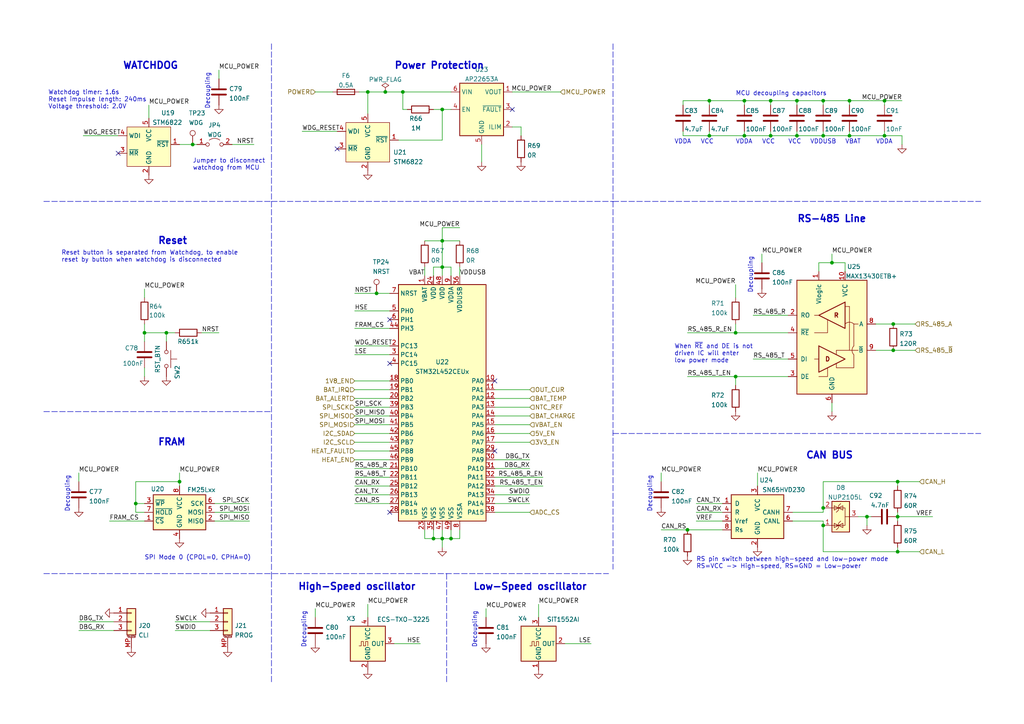
<source format=kicad_sch>
(kicad_sch (version 20210621) (generator eeschema)
  (paper "A4")
  (title_block (title "BUTCube - EPS") (date "2021-06-01") (rev "v1.0") (company "VUT - FIT(STRaDe) & FME(IAE & IPE)") (comment 1 "Author: Petr Malaník"))
  (lib_symbols
    (symbol "Connector:TestPoint" (pin_numbers hide) (pin_names (offset 0.762) hide)
      (property "Reference" "TP" (at 0 6.858 0))
      (property "Value" "TestPoint" (at 0 5.08 0))
      (symbol "TestPoint_0_1"
        (circle (center 0 3.302) (radius 0.762))
      )
      (symbol "TestPoint_1_1"
        (pin passive line (at 0 0 90) (length 2.54) (name "1") (number "1"))
      )
    )
    (symbol "Connector_Generic_MountingPin:Conn_01x03_MountingPin" (pin_names (offset 1.016) hide)
      (property "Reference" "J" (at 0 5.08 0))
      (property "Value" "Conn_01x03_MountingPin" (at 1.27 -5.08 0))
      (symbol "Conn_01x03_MountingPin_1_1"
        (text "Mounting" (at 0 -4.191 0) (effects (font (size 0.381 0.381))))
        (rectangle (start -1.27 -2.413) (end 0 -2.667) (stroke (width 0.1524)))
        (rectangle (start -1.27 0.127) (end 0 -0.127) (stroke (width 0.1524)))
        (rectangle (start -1.27 2.667) (end 0 2.413) (stroke (width 0.1524)))
        (rectangle (start -1.27 3.81) (end 1.27 -3.81) (stroke (width 0.254)) (fill (type background)))
        (polyline (pts (xy -1.016 -4.572) (xy 1.016 -4.572)) (stroke (width 0.1524)))
        (pin passive line (at -5.08 2.54 0) (length 3.81) (name "Pin_1") (number "1"))
        (pin passive line (at -5.08 0 0) (length 3.81) (name "Pin_2") (number "2"))
        (pin passive line (at -5.08 -2.54 0) (length 3.81) (name "Pin_3") (number "3"))
        (pin passive line (at 0 -7.62 90) (length 3.048) (name "MountPin") (number "MP"))
      )
    )
    (symbol "Device:C" (pin_numbers hide) (pin_names (offset 0.254))
      (property "Reference" "C" (at 0.635 2.54 0))
      (property "Value" "C" (at 0.635 -2.54 0))
      (symbol "C_0_1"
        (polyline (pts (xy -2.032 -0.762) (xy 2.032 -0.762)) (stroke (width 0.508)))
        (polyline (pts (xy -2.032 0.762) (xy 2.032 0.762)) (stroke (width 0.508)))
      )
      (symbol "C_1_1"
        (pin passive line (at 0 3.81 270) (length 2.794) (name "~") (number "1"))
        (pin passive line (at 0 -3.81 90) (length 2.794) (name "~") (number "2"))
      )
    )
    (symbol "Device:Fuse" (pin_numbers hide) (pin_names (offset 0))
      (property "Reference" "F" (at 2.032 0 90))
      (property "Value" "Fuse" (at -1.905 0 90))
      (symbol "Fuse_0_1"
        (rectangle (start -0.762 -2.54) (end 0.762 2.54) (stroke (width 0.254)))
        (polyline (pts (xy 0 2.54) (xy 0 -2.54)))
      )
      (symbol "Fuse_1_1"
        (pin passive line (at 0 3.81 270) (length 1.27) (name "~") (number "1"))
        (pin passive line (at 0 -3.81 90) (length 1.27) (name "~") (number "2"))
      )
    )
    (symbol "Device:R" (pin_numbers hide) (pin_names (offset 0))
      (property "Reference" "R" (at 2.032 0 90))
      (property "Value" "R" (at 0 0 90))
      (symbol "R_0_1"
        (rectangle (start -1.016 -2.54) (end 1.016 2.54) (stroke (width 0.254)))
      )
      (symbol "R_1_1"
        (pin passive line (at 0 3.81 270) (length 1.27) (name "~") (number "1"))
        (pin passive line (at 0 -3.81 90) (length 1.27) (name "~") (number "2"))
      )
    )
    (symbol "Interface_CAN_LIN:SN65HVD230" (pin_names (offset 1.016))
      (property "Reference" "U" (at -2.54 10.16 0))
      (property "Value" "SN65HVD230" (at -2.54 7.62 0))
      (symbol "SN65HVD230_0_1"
        (rectangle (start -7.62 5.08) (end 7.62 -7.62) (stroke (width 0.254)) (fill (type background)))
      )
      (symbol "SN65HVD230_1_1"
        (pin input line (at -10.16 2.54 0) (length 2.54) (name "D") (number "1"))
        (pin power_in line (at 0 -10.16 90) (length 2.54) (name "GND") (number "2"))
        (pin power_in line (at 0 7.62 270) (length 2.54) (name "VCC") (number "3"))
        (pin output line (at -10.16 0 0) (length 2.54) (name "R") (number "4"))
        (pin output line (at -10.16 -2.54 0) (length 2.54) (name "Vref") (number "5"))
        (pin bidirectional line (at 10.16 -2.54 180) (length 2.54) (name "CANL") (number "6"))
        (pin bidirectional line (at 10.16 0 180) (length 2.54) (name "CANH") (number "7"))
        (pin input line (at -10.16 -5.08 0) (length 2.54) (name "Rs") (number "8"))
      )
    )
    (symbol "Jumper:Jumper_2_Open" (pin_names (offset 0) hide)
      (property "Reference" "JP" (at 0 2.794 0))
      (property "Value" "Jumper_2_Open" (at 0 -2.286 0))
      (symbol "Jumper_2_Open_0_0"
        (circle (center -2.032 0) (radius 0.508))
        (circle (center 2.032 0) (radius 0.508))
      )
      (symbol "Jumper_2_Open_0_1"
        (arc (start -1.524 1.27) (end 1.524 1.27) (radius (at 0 -0.762) (length 2.54) (angles 126.9 53.1)))
      )
      (symbol "Jumper_2_Open_1_1"
        (pin passive line (at -5.08 0 0) (length 2.54) (name "A") (number "1"))
        (pin passive line (at 5.08 0 180) (length 2.54) (name "B") (number "2"))
      )
    )
    (symbol "MCU_ST_STM32L4:STM32L452CEUx"
      (property "Reference" "U" (at -12.7 34.29 0))
      (property "Value" "STM32L452CEUx" (at 7.62 34.29 0))
      (symbol "STM32L452CEUx_0_1"
        (rectangle (start -12.7 -35.56) (end 12.7 33.02) (stroke (width 0.254)) (fill (type background)))
      )
      (symbol "STM32L452CEUx_1_1"
        (pin power_in line (at -5.08 35.56 270) (length 2.54) (name "VBAT") (number "1"))
        (pin bidirectional line (at 15.24 5.08 180) (length 2.54) (name "PA0") (number "10"))
        (pin bidirectional line (at 15.24 2.54 180) (length 2.54) (name "PA1") (number "11"))
        (pin bidirectional line (at 15.24 0 180) (length 2.54) (name "PA2") (number "12"))
        (pin bidirectional line (at 15.24 -2.54 180) (length 2.54) (name "PA3") (number "13"))
        (pin bidirectional line (at 15.24 -5.08 180) (length 2.54) (name "PA4") (number "14"))
        (pin bidirectional line (at 15.24 -7.62 180) (length 2.54) (name "PA5") (number "15"))
        (pin bidirectional line (at 15.24 -10.16 180) (length 2.54) (name "PA6") (number "16"))
        (pin bidirectional line (at 15.24 -12.7 180) (length 2.54) (name "PA7") (number "17"))
        (pin bidirectional line (at -15.24 5.08 0) (length 2.54) (name "PB0") (number "18"))
        (pin bidirectional line (at -15.24 2.54 0) (length 2.54) (name "PB1") (number "19"))
        (pin bidirectional line (at -15.24 15.24 0) (length 2.54) (name "PC13") (number "2"))
        (pin bidirectional line (at -15.24 0 0) (length 2.54) (name "PB2") (number "20"))
        (pin bidirectional line (at -15.24 -20.32 0) (length 2.54) (name "PB10") (number "21"))
        (pin bidirectional line (at -15.24 -22.86 0) (length 2.54) (name "PB11") (number "22"))
        (pin power_in line (at -5.08 -38.1 90) (length 2.54) (name "VSS") (number "23"))
        (pin power_in line (at -2.54 35.56 270) (length 2.54) (name "VDD") (number "24"))
        (pin bidirectional line (at -15.24 -25.4 0) (length 2.54) (name "PB12") (number "25"))
        (pin bidirectional line (at -15.24 -27.94 0) (length 2.54) (name "PB13") (number "26"))
        (pin bidirectional line (at -15.24 -30.48 0) (length 2.54) (name "PB14") (number "27"))
        (pin bidirectional line (at -15.24 -33.02 0) (length 2.54) (name "PB15") (number "28"))
        (pin bidirectional line (at 15.24 -15.24 180) (length 2.54) (name "PA8") (number "29"))
        (pin bidirectional line (at -15.24 12.7 0) (length 2.54) (name "PC14") (number "3"))
        (pin bidirectional line (at 15.24 -17.78 180) (length 2.54) (name "PA9") (number "30"))
        (pin bidirectional line (at 15.24 -20.32 180) (length 2.54) (name "PA10") (number "31"))
        (pin bidirectional line (at 15.24 -22.86 180) (length 2.54) (name "PA11") (number "32"))
        (pin bidirectional line (at 15.24 -25.4 180) (length 2.54) (name "PA12") (number "33"))
        (pin bidirectional line (at 15.24 -27.94 180) (length 2.54) (name "PA13") (number "34"))
        (pin power_in line (at -2.54 -38.1 90) (length 2.54) (name "VSS") (number "35"))
        (pin power_in line (at 5.08 35.56 270) (length 2.54) (name "VDDUSB") (number "36"))
        (pin bidirectional line (at 15.24 -30.48 180) (length 2.54) (name "PA14") (number "37"))
        (pin bidirectional line (at 15.24 -33.02 180) (length 2.54) (name "PA15") (number "38"))
        (pin bidirectional line (at -15.24 -2.54 0) (length 2.54) (name "PB3") (number "39"))
        (pin bidirectional line (at -15.24 10.16 0) (length 2.54) (name "PC15") (number "4"))
        (pin bidirectional line (at -15.24 -5.08 0) (length 2.54) (name "PB4") (number "40"))
        (pin bidirectional line (at -15.24 -7.62 0) (length 2.54) (name "PB5") (number "41"))
        (pin bidirectional line (at -15.24 -10.16 0) (length 2.54) (name "PB6") (number "42"))
        (pin bidirectional line (at -15.24 -12.7 0) (length 2.54) (name "PB7") (number "43"))
        (pin bidirectional line (at -15.24 20.32 0) (length 2.54) (name "PH3") (number "44"))
        (pin bidirectional line (at -15.24 -15.24 0) (length 2.54) (name "PB8") (number "45"))
        (pin bidirectional line (at -15.24 -17.78 0) (length 2.54) (name "PB9") (number "46"))
        (pin power_in line (at 0 -38.1 90) (length 2.54) (name "VSS") (number "47"))
        (pin power_in line (at 0 35.56 270) (length 2.54) (name "VDD") (number "48"))
        (pin power_in line (at 2.54 -38.1 90) (length 2.54) (name "VSS") (number "49"))
        (pin input line (at -15.24 25.4 0) (length 2.54) (name "PH0") (number "5"))
        (pin input line (at -15.24 22.86 0) (length 2.54) (name "PH1") (number "6"))
        (pin input line (at -15.24 30.48 0) (length 2.54) (name "NRST") (number "7"))
        (pin power_in line (at 5.08 -38.1 90) (length 2.54) (name "VSSA") (number "8"))
        (pin power_in line (at 2.54 35.56 270) (length 2.54) (name "VDDA") (number "9"))
      )
    )
    (symbol "Power_Protection:NUP2105L" (pin_names hide)
      (property "Reference" "D" (at 5.715 2.54 0))
      (property "Value" "NUP2105L" (at 5.715 0.635 0))
      (symbol "NUP2105L_0_0"
        (pin passive line (at 0 -5.08 90) (length 2.54) (name "A") (number "3"))
      )
      (symbol "NUP2105L_0_1"
        (rectangle (start -4.445 2.54) (end 4.445 -2.54) (stroke (width 0.254)) (fill (type background)))
        (polyline (pts (xy -2.54 2.54) (xy -2.54 0.635)))
        (polyline (pts (xy 0 -1.27) (xy 0 -2.54)))
        (polyline (pts (xy 2.54 2.54) (xy 2.54 0.635)))
        (polyline (pts (xy -3.81 1.27) (xy -3.175 0.635) (xy -1.905 0.635) (xy -1.27 0)))
        (polyline (pts (xy -2.54 0.635) (xy -2.54 -1.27) (xy 2.54 -1.27) (xy 2.54 0.635)))
        (polyline (pts (xy -2.54 0.635) (xy -1.905 -0.635) (xy -3.175 -0.635) (xy -2.54 0.635)))
        (polyline (pts (xy 2.54 0.635) (xy 1.905 -0.635) (xy 3.175 -0.635) (xy 2.54 0.635)))
        (polyline (pts (xy 2.54 0.635) (xy 3.175 1.905) (xy 1.905 1.905) (xy 2.54 0.635)))
        (polyline (pts (xy -2.54 0.635) (xy -3.175 1.905) (xy -1.905 1.905) (xy -2.54 0.635) (xy -2.54 1.27)))
        (polyline (pts (xy 1.27 1.27) (xy 1.905 0.635) (xy 2.54 0.635) (xy 3.175 0.635) (xy 3.81 0)))
      )
      (symbol "NUP2105L_1_1"
        (pin passive line (at -2.54 5.08 270) (length 2.54) (name "K") (number "1"))
        (pin passive line (at 2.54 5.08 270) (length 2.54) (name "K") (number "2"))
      )
    )
    (symbol "Switch:SW_Push" (pin_numbers hide) (pin_names (offset 1.016) hide)
      (property "Reference" "SW" (at 1.27 2.54 0))
      (property "Value" "SW_Push" (at 0 -1.524 0))
      (symbol "SW_Push_0_1"
        (circle (center -2.032 0) (radius 0.508))
        (circle (center 2.032 0) (radius 0.508))
        (polyline (pts (xy 0 1.27) (xy 0 3.048)))
        (polyline (pts (xy 2.54 1.27) (xy -2.54 1.27)))
        (pin passive line (at -5.08 0 0) (length 2.54) (name "1") (number "1"))
        (pin passive line (at 5.08 0 180) (length 2.54) (name "2") (number "2"))
      )
    )
    (symbol "TCY_IC:MAX13430ETB+" (pin_names (offset 1.016))
      (property "Reference" "U" (at -10.16 19.05 0))
      (property "Value" "MAX13430ETB+" (at 5.08 19.05 0))
      (symbol "MAX13430ETB+_0_0"
        (text "D" (at -1.27 -5.08 0) (effects (font (size 1.27 1.27) bold)))
        (text "R" (at 1.27 7.62 0) (effects (font (size 1.27 1.27) bold)))
      )
      (symbol "MAX13430ETB+_0_1"
        (arc (start 3.81 5.08) (end 6.35 5.08) (radius (at 5.08 3.8099) (length 1.7961) (angles 135 45)) (stroke (width 0.1524)))
        (arc (start 6.35 -3.81) (end 6.35 -1.27) (radius (at 7.6201 -2.54) (length 1.7961) (angles -135 135)) (stroke (width 0.1524)))
        (rectangle (start -10.16 -15.24) (end 10.16 17.78) (stroke (width 0.254)) (fill (type background)))
        (polyline (pts (xy -5.08 -5.08) (xy -3.81 -5.08)))
        (polyline (pts (xy -3.81 7.62) (xy -5.08 7.62)))
        (polyline (pts (xy 5.08 10.16) (xy 5.08 -2.54)) (stroke (width 0.1524)))
        (polyline (pts (xy 6.35 -7.62) (xy 6.35 -3.81)) (stroke (width 0.1524)))
        (polyline (pts (xy 6.35 -1.27) (xy 6.35 5.08)) (stroke (width 0.1524)))
        (polyline (pts (xy 6.35 5.08) (xy 7.62 5.08)) (stroke (width 0.1524)))
        (polyline (pts (xy 5.08 10.16) (xy 3.81 10.16) (xy 3.81 10.16)))
        (polyline (pts (xy -3.81 -10.16) (xy -1.27 -10.16) (xy -1.27 -7.62) (xy -1.27 -7.62)))
        (polyline (pts (xy -1.27 6.35) (xy -1.27 2.54) (xy -2.54 2.54) (xy -5.08 2.54)))
        (polyline (pts (xy 6.35 -7.62) (xy 1.27 -7.62) (xy 1.27 -6.35) (xy 1.27 -6.35)))
        (polyline (pts (xy 7.62 -2.54) (xy 1.27 -2.54) (xy 1.27 -3.81) (xy 1.27 -3.81)))
        (polyline (pts (xy -3.81 -1.27) (xy -3.81 -8.89) (xy 3.81 -5.08) (xy -3.81 -1.27) (xy -3.81 -1.27)) (stroke (width 0.254)))
        (polyline (pts (xy 3.81 11.43) (xy 3.81 3.81) (xy -3.81 7.62) (xy 3.81 11.43) (xy 3.81 11.43)) (stroke (width 0.254)))
      )
      (symbol "MAX13430ETB+_1_1"
        (pin power_in line (at -3.81 20.32 270) (length 2.54) (name "Vlogic") (number "1"))
        (pin power_in line (at 3.81 20.32 270) (length 2.54) (name "VCC") (number "10"))
        (pin power_in line (at 0 -17.78 90) (length 2.54) hide (name "E_PAD") (number "11"))
        (pin output line (at -12.7 7.62 0) (length 2.54) (name "RO") (number "2"))
        (pin input line (at -12.7 -10.16 0) (length 2.54) (name "DE") (number "3"))
        (pin input line (at -12.7 2.54 0) (length 2.54) (name "~{RE}") (number "4"))
        (pin input line (at -12.7 -5.08 0) (length 2.54) (name "DI") (number "5"))
        (pin power_in line (at 0 -17.78 90) (length 2.54) (name "GND") (number "6"))
        (pin no_connect line (at 10.16 1.27 180) (length 2.54) hide (name "NC") (number "7"))
        (pin input line (at 12.7 5.08 180) (length 2.54) (name "A") (number "8"))
        (pin input line (at 12.7 -2.54 180) (length 2.54) (name "~{B}") (number "9"))
      )
    )
    (symbol "TCY_IC:STM6822"
      (property "Reference" "U" (at 6.35 13.97 0))
      (property "Value" "STM6822" (at 6.35 16.51 0))
      (symbol "STM6822_0_1"
        (rectangle (start -6.35 11.43) (end 6.35 0) (stroke (width 0.1524)) (fill (type background)))
      )
      (symbol "STM6822_1_1"
        (pin open_collector line (at 8.89 6.35 180) (length 2.54) (name "~{RST}") (number "1"))
        (pin passive line (at 0 -2.54 90) (length 2.54) (name "GND") (number "2"))
        (pin input line (at -8.89 3.81 0) (length 2.54) (name "~{MR}") (number "3"))
        (pin input line (at -8.89 8.89 0) (length 2.54) (name "WDI") (number "4"))
        (pin power_in line (at 0 13.97 270) (length 2.54) (name "VCC") (number "5"))
      )
    )
    (symbol "TCY_memory:FM25Lxx"
      (property "Reference" "U" (at -7.62 6.35 0))
      (property "Value" "FM25Lxx" (at 2.54 -6.35 0))
      (symbol "FM25Lxx_1_1"
        (rectangle (start -7.62 5.08) (end 7.62 -5.08) (stroke (width 0.254)) (fill (type background)))
        (pin input line (at -10.16 -2.54 0) (length 2.54) (name "~{CS}") (number "1"))
        (pin tri_state line (at 10.16 -2.54 180) (length 2.54) (name "MISO") (number "2"))
        (pin input line (at -10.16 2.54 0) (length 2.54) (name "~{WP}") (number "3"))
        (pin power_in line (at 0 -7.62 90) (length 2.54) (name "GND") (number "4"))
        (pin input line (at 10.16 0 180) (length 2.54) (name "MOSI") (number "5"))
        (pin input line (at 10.16 2.54 180) (length 2.54) (name "SCK") (number "6"))
        (pin input line (at -10.16 0 0) (length 2.54) (name "~{HOLD}") (number "7"))
        (pin power_in line (at 0 7.62 270) (length 2.54) (name "VCC") (number "8"))
        (pin passive line (at 0 -7.62 90) (length 2.54) hide (name "GND") (number "9"))
      )
    )
    (symbol "TCY_ocillators:ECS-TXO-3225" (pin_names (offset 0.254))
      (property "Reference" "X" (at -6.35 6.35 0))
      (property "Value" "ECS-TXO-3225" (at 1.27 6.35 0))
      (symbol "ECS-TXO-3225_0_1"
        (rectangle (start -5.08 5.08) (end 5.08 -5.08) (stroke (width 0.254)) (fill (type background)))
        (polyline (pts (xy -2.54 -0.635) (xy -1.905 -0.635) (xy -1.905 0.635) (xy -1.27 0.635) (xy -1.27 -0.635) (xy -0.635 -0.635) (xy -0.635 0.635) (xy 0 0.635) (xy 0 -0.635)))
      )
      (symbol "ECS-TXO-3225_1_1"
        (pin no_connect line (at -7.62 0 0) (length 2.54) hide (name "NC") (number "1"))
        (pin power_in line (at 0 -7.62 90) (length 2.54) (name "GND") (number "2"))
        (pin output line (at 7.62 0 180) (length 2.54) (name "OUT") (number "3"))
        (pin power_in line (at 0 7.62 270) (length 2.54) (name "VCC") (number "4"))
      )
    )
    (symbol "TCY_ocillators:SiT1552AI" (pin_names (offset 0.254))
      (property "Reference" "X" (at -6.35 6.35 0))
      (property "Value" "SiT1552AI" (at 1.27 6.35 0))
      (symbol "SiT1552AI_0_1"
        (rectangle (start -5.08 5.08) (end 5.08 -5.08) (stroke (width 0.254)) (fill (type background)))
        (polyline (pts (xy -2.54 -0.635) (xy -1.905 -0.635) (xy -1.905 0.635) (xy -1.27 0.635) (xy -1.27 -0.635) (xy -0.635 -0.635) (xy -0.635 0.635) (xy 0 0.635) (xy 0 -0.635)))
      )
      (symbol "SiT1552AI_1_1"
        (pin power_in line (at 0 -7.62 90) (length 2.54) (name "GND") (number "1"))
        (pin output line (at 7.62 0 180) (length 2.54) (name "OUT") (number "2"))
        (pin power_in line (at 0 7.62 270) (length 2.54) (name "VCC") (number "3"))
        (pin power_in line (at 0 -7.62 90) (length 2.54) hide (name "GND") (number "4"))
      )
    )
    (symbol "TCY_power_management:AP22653"
      (property "Reference" "U" (at 8.89 7.62 0))
      (property "Value" "AP22653" (at 0 7.62 0))
      (symbol "AP22653_0_1"
        (rectangle (start -6.35 5.08) (end 6.35 -10.16) (stroke (width 0.254)) (fill (type background)))
      )
      (symbol "AP22653_1_1"
        (pin power_out line (at 8.89 2.54 180) (length 2.54) (name "VOUT") (number "1"))
        (pin passive line (at 8.89 -7.62 180) (length 2.54) (name "ILIM") (number "2"))
        (pin output line (at 8.89 -2.54 180) (length 2.54) (name "~{FAULT}") (number "3"))
        (pin input line (at -8.89 -2.54 0) (length 2.54) (name "EN") (number "4"))
        (pin passive line (at 0 -12.7 90) (length 2.54) (name "GND") (number "5"))
        (pin power_in line (at -8.89 2.54 0) (length 2.54) (name "VIN") (number "6"))
        (pin passive line (at 0 -12.7 90) (length 2.54) hide (name "E_PAD") (number "7"))
      )
    )
    (symbol "power:GND" (power) (pin_names (offset 0))
      (property "Value" "GND" (at 0 -3.81 0))
      (symbol "GND_0_1"
        (polyline (pts (xy 0 0) (xy 0 -1.27) (xy 1.27 -1.27) (xy 0 -2.54) (xy -1.27 -1.27) (xy 0 -1.27)))
      )
      (symbol "GND_1_1"
        (pin power_in line (at 0 0 270) (length 0) hide (name "GND") (number "1"))
      )
    )
    (symbol "power:PWR_FLAG" (power) (pin_numbers hide) (pin_names (offset 0) hide)
      (property "Value" "PWR_FLAG" (at 0 3.81 0))
      (symbol "PWR_FLAG_0_0"
        (pin power_out line (at 0 0 90) (length 0) (name "pwr") (number "1"))
      )
      (symbol "PWR_FLAG_0_1"
        (polyline (pts (xy 0 0) (xy 0 1.27) (xy -1.016 1.905) (xy 0 2.54) (xy 1.016 1.905) (xy 0 1.27)))
      )
    )
  )
  (junction (at 39.37 146.05) (diameter 0.9144))
  (junction (at 41.91 96.52) (diameter 0.9144))
  (junction (at 48.26 96.52) (diameter 0.9144))
  (junction (at 52.07 139.7) (diameter 0.9144))
  (junction (at 55.88 41.91) (diameter 0.9144))
  (junction (at 106.68 26.67) (diameter 0.9144))
  (junction (at 109.22 85.09) (diameter 0.9144))
  (junction (at 111.76 26.67) (diameter 0.9144))
  (junction (at 116.84 26.67) (diameter 0.9144))
  (junction (at 125.73 156.21) (diameter 0.9144))
  (junction (at 128.27 31.75) (diameter 0.9144))
  (junction (at 128.27 69.85) (diameter 0.9144))
  (junction (at 128.27 77.47) (diameter 0.9144))
  (junction (at 128.27 156.21) (diameter 0.9144))
  (junction (at 130.81 156.21) (diameter 0.9144))
  (junction (at 199.39 153.67) (diameter 0.9144))
  (junction (at 205.74 29.21) (diameter 0.9144))
  (junction (at 205.74 39.37) (diameter 0.9144))
  (junction (at 213.36 96.52) (diameter 0.9144))
  (junction (at 213.36 109.22) (diameter 0.9144))
  (junction (at 215.9 29.21) (diameter 0.9144))
  (junction (at 215.9 39.37) (diameter 0.9144))
  (junction (at 223.52 29.21) (diameter 0.9144))
  (junction (at 223.52 39.37) (diameter 0.9144))
  (junction (at 231.14 29.21) (diameter 0.9144))
  (junction (at 231.14 39.37) (diameter 0.9144))
  (junction (at 238.76 29.21) (diameter 0.9144))
  (junction (at 238.76 39.37) (diameter 0.9144))
  (junction (at 238.76 147.32) (diameter 0.9144))
  (junction (at 238.76 152.4) (diameter 0.9144))
  (junction (at 241.3 76.2) (diameter 0.9144))
  (junction (at 246.38 29.21) (diameter 0.9144))
  (junction (at 246.38 39.37) (diameter 0.9144))
  (junction (at 251.46 149.86) (diameter 0.9144))
  (junction (at 256.54 29.21) (diameter 0.9144))
  (junction (at 256.54 39.37) (diameter 0.9144))
  (junction (at 259.08 93.98) (diameter 0.9144))
  (junction (at 259.08 101.6) (diameter 0.9144))
  (junction (at 260.35 139.7) (diameter 0.9144))
  (junction (at 260.35 149.86) (diameter 0.9144))
  (junction (at 260.35 160.02) (diameter 0.9144))
  (no_connect (at 34.29 44.45))
  (no_connect (at 97.79 43.18))
  (no_connect (at 113.03 92.71))
  (no_connect (at 113.03 105.41))
  (no_connect (at 113.03 148.59))
  (no_connect (at 143.51 110.49))
  (no_connect (at 143.51 130.81))
  (no_connect (at 148.59 31.75))
  (wire (pts (xy 22.86 137.16) (xy 22.86 139.7)))
  (wire (pts (xy 24.13 39.37) (xy 34.29 39.37)))
  (wire (pts (xy 31.75 151.13) (xy 41.91 151.13)))
  (wire (pts (xy 33.02 180.34) (xy 22.86 180.34)))
  (wire (pts (xy 33.02 182.88) (xy 22.86 182.88)))
  (wire (pts (xy 39.37 139.7) (xy 52.07 139.7)))
  (wire (pts (xy 39.37 146.05) (xy 39.37 139.7)))
  (wire (pts (xy 39.37 146.05) (xy 41.91 146.05)))
  (wire (pts (xy 39.37 148.59) (xy 39.37 146.05)))
  (wire (pts (xy 41.91 83.82) (xy 41.91 86.36)))
  (wire (pts (xy 41.91 93.98) (xy 41.91 96.52)))
  (wire (pts (xy 41.91 96.52) (xy 41.91 99.06)))
  (wire (pts (xy 41.91 96.52) (xy 48.26 96.52)))
  (wire (pts (xy 41.91 106.68) (xy 41.91 109.22)))
  (wire (pts (xy 41.91 148.59) (xy 39.37 148.59)))
  (wire (pts (xy 43.18 30.48) (xy 43.18 34.29)))
  (wire (pts (xy 48.26 96.52) (xy 48.26 99.06)))
  (wire (pts (xy 48.26 96.52) (xy 50.8 96.52)))
  (wire (pts (xy 52.07 41.91) (xy 55.88 41.91)))
  (wire (pts (xy 52.07 137.16) (xy 52.07 139.7)))
  (wire (pts (xy 52.07 139.7) (xy 52.07 140.97)))
  (wire (pts (xy 55.88 41.91) (xy 57.15 41.91)))
  (wire (pts (xy 58.42 96.52) (xy 63.5 96.52)))
  (wire (pts (xy 60.96 180.34) (xy 50.8 180.34)))
  (wire (pts (xy 60.96 182.88) (xy 50.8 182.88)))
  (wire (pts (xy 63.5 20.32) (xy 63.5 22.86)))
  (wire (pts (xy 67.31 41.91) (xy 73.66 41.91)))
  (wire (pts (xy 72.39 146.05) (xy 62.23 146.05)))
  (wire (pts (xy 72.39 148.59) (xy 62.23 148.59)))
  (wire (pts (xy 72.39 151.13) (xy 62.23 151.13)))
  (wire (pts (xy 87.63 38.1) (xy 97.79 38.1)))
  (wire (pts (xy 91.44 26.67) (xy 96.52 26.67)))
  (wire (pts (xy 91.44 176.53) (xy 91.44 179.07)))
  (wire (pts (xy 102.87 85.09) (xy 109.22 85.09)))
  (wire (pts (xy 102.87 90.17) (xy 113.03 90.17)))
  (wire (pts (xy 102.87 95.25) (xy 113.03 95.25)))
  (wire (pts (xy 102.87 100.33) (xy 113.03 100.33)))
  (wire (pts (xy 102.87 102.87) (xy 113.03 102.87)))
  (wire (pts (xy 102.87 110.49) (xy 113.03 110.49)))
  (wire (pts (xy 102.87 113.03) (xy 113.03 113.03)))
  (wire (pts (xy 102.87 115.57) (xy 113.03 115.57)))
  (wire (pts (xy 102.87 118.11) (xy 113.03 118.11)))
  (wire (pts (xy 102.87 120.65) (xy 113.03 120.65)))
  (wire (pts (xy 102.87 123.19) (xy 113.03 123.19)))
  (wire (pts (xy 102.87 125.73) (xy 113.03 125.73)))
  (wire (pts (xy 102.87 128.27) (xy 113.03 128.27)))
  (wire (pts (xy 102.87 130.81) (xy 113.03 130.81)))
  (wire (pts (xy 102.87 133.35) (xy 113.03 133.35)))
  (wire (pts (xy 102.87 135.89) (xy 113.03 135.89)))
  (wire (pts (xy 102.87 138.43) (xy 113.03 138.43)))
  (wire (pts (xy 102.87 140.97) (xy 113.03 140.97)))
  (wire (pts (xy 102.87 143.51) (xy 113.03 143.51)))
  (wire (pts (xy 102.87 146.05) (xy 113.03 146.05)))
  (wire (pts (xy 104.14 26.67) (xy 106.68 26.67)))
  (wire (pts (xy 106.68 26.67) (xy 111.76 26.67)))
  (wire (pts (xy 106.68 33.02) (xy 106.68 26.67)))
  (wire (pts (xy 106.68 175.26) (xy 106.68 179.07)))
  (wire (pts (xy 109.22 85.09) (xy 113.03 85.09)))
  (wire (pts (xy 111.76 26.67) (xy 116.84 26.67)))
  (wire (pts (xy 114.3 186.69) (xy 121.92 186.69)))
  (wire (pts (xy 115.57 40.64) (xy 128.27 40.64)))
  (wire (pts (xy 116.84 26.67) (xy 116.84 31.75)))
  (wire (pts (xy 116.84 26.67) (xy 130.81 26.67)))
  (wire (pts (xy 118.11 31.75) (xy 116.84 31.75)))
  (wire (pts (xy 123.19 69.85) (xy 128.27 69.85)))
  (wire (pts (xy 123.19 77.47) (xy 123.19 80.01)))
  (wire (pts (xy 123.19 156.21) (xy 123.19 153.67)))
  (wire (pts (xy 125.73 31.75) (xy 128.27 31.75)))
  (wire (pts (xy 125.73 77.47) (xy 125.73 80.01)))
  (wire (pts (xy 125.73 77.47) (xy 128.27 77.47)))
  (wire (pts (xy 125.73 153.67) (xy 125.73 156.21)))
  (wire (pts (xy 125.73 156.21) (xy 123.19 156.21)))
  (wire (pts (xy 128.27 31.75) (xy 128.27 40.64)))
  (wire (pts (xy 128.27 31.75) (xy 130.81 31.75)))
  (wire (pts (xy 128.27 66.04) (xy 133.35 66.04)))
  (wire (pts (xy 128.27 69.85) (xy 128.27 66.04)))
  (wire (pts (xy 128.27 69.85) (xy 128.27 77.47)))
  (wire (pts (xy 128.27 69.85) (xy 133.35 69.85)))
  (wire (pts (xy 128.27 77.47) (xy 128.27 80.01)))
  (wire (pts (xy 128.27 153.67) (xy 128.27 156.21)))
  (wire (pts (xy 128.27 156.21) (xy 125.73 156.21)))
  (wire (pts (xy 128.27 156.21) (xy 130.81 156.21)))
  (wire (pts (xy 128.27 158.75) (xy 128.27 156.21)))
  (wire (pts (xy 130.81 77.47) (xy 128.27 77.47)))
  (wire (pts (xy 130.81 80.01) (xy 130.81 77.47)))
  (wire (pts (xy 130.81 153.67) (xy 130.81 156.21)))
  (wire (pts (xy 130.81 156.21) (xy 133.35 156.21)))
  (wire (pts (xy 133.35 77.47) (xy 133.35 80.01)))
  (wire (pts (xy 133.35 156.21) (xy 133.35 153.67)))
  (wire (pts (xy 139.7 41.91) (xy 139.7 46.99)))
  (wire (pts (xy 140.97 176.53) (xy 140.97 179.07)))
  (wire (pts (xy 143.51 113.03) (xy 153.67 113.03)))
  (wire (pts (xy 143.51 115.57) (xy 153.67 115.57)))
  (wire (pts (xy 143.51 118.11) (xy 153.67 118.11)))
  (wire (pts (xy 143.51 120.65) (xy 153.67 120.65)))
  (wire (pts (xy 143.51 123.19) (xy 153.67 123.19)))
  (wire (pts (xy 143.51 125.73) (xy 153.67 125.73)))
  (wire (pts (xy 143.51 128.27) (xy 153.67 128.27)))
  (wire (pts (xy 143.51 133.35) (xy 153.67 133.35)))
  (wire (pts (xy 143.51 135.89) (xy 153.67 135.89)))
  (wire (pts (xy 143.51 138.43) (xy 157.48 138.43)))
  (wire (pts (xy 143.51 140.97) (xy 157.48 140.97)))
  (wire (pts (xy 143.51 143.51) (xy 153.67 143.51)))
  (wire (pts (xy 143.51 146.05) (xy 153.67 146.05)))
  (wire (pts (xy 143.51 148.59) (xy 153.67 148.59)))
  (wire (pts (xy 148.59 26.67) (xy 162.56 26.67)))
  (wire (pts (xy 148.59 36.83) (xy 151.13 36.83)))
  (wire (pts (xy 151.13 36.83) (xy 151.13 39.37)))
  (wire (pts (xy 156.21 175.26) (xy 156.21 179.07)))
  (wire (pts (xy 163.83 186.69) (xy 171.45 186.69)))
  (wire (pts (xy 191.77 137.16) (xy 191.77 139.7)))
  (wire (pts (xy 191.77 153.67) (xy 199.39 153.67)))
  (wire (pts (xy 198.12 29.21) (xy 205.74 29.21)))
  (wire (pts (xy 198.12 30.48) (xy 198.12 29.21)))
  (wire (pts (xy 198.12 39.37) (xy 198.12 38.1)))
  (wire (pts (xy 199.39 96.52) (xy 213.36 96.52)))
  (wire (pts (xy 199.39 109.22) (xy 213.36 109.22)))
  (wire (pts (xy 199.39 153.67) (xy 209.55 153.67)))
  (wire (pts (xy 201.93 146.05) (xy 209.55 146.05)))
  (wire (pts (xy 201.93 148.59) (xy 209.55 148.59)))
  (wire (pts (xy 201.93 151.13) (xy 209.55 151.13)))
  (wire (pts (xy 205.74 29.21) (xy 205.74 30.48)))
  (wire (pts (xy 205.74 29.21) (xy 215.9 29.21)))
  (wire (pts (xy 205.74 38.1) (xy 205.74 39.37)))
  (wire (pts (xy 205.74 39.37) (xy 198.12 39.37)))
  (wire (pts (xy 205.74 39.37) (xy 215.9 39.37)))
  (wire (pts (xy 213.36 82.55) (xy 213.36 86.36)))
  (wire (pts (xy 213.36 93.98) (xy 213.36 96.52)))
  (wire (pts (xy 213.36 96.52) (xy 228.6 96.52)))
  (wire (pts (xy 213.36 109.22) (xy 213.36 111.76)))
  (wire (pts (xy 213.36 109.22) (xy 228.6 109.22)))
  (wire (pts (xy 215.9 29.21) (xy 223.52 29.21)))
  (wire (pts (xy 215.9 30.48) (xy 215.9 29.21)))
  (wire (pts (xy 215.9 39.37) (xy 215.9 38.1)))
  (wire (pts (xy 218.44 91.44) (xy 228.6 91.44)))
  (wire (pts (xy 218.44 104.14) (xy 228.6 104.14)))
  (wire (pts (xy 219.71 137.16) (xy 219.71 140.97)))
  (wire (pts (xy 220.98 73.66) (xy 220.98 76.2)))
  (wire (pts (xy 223.52 29.21) (xy 231.14 29.21)))
  (wire (pts (xy 223.52 30.48) (xy 223.52 29.21)))
  (wire (pts (xy 223.52 39.37) (xy 215.9 39.37)))
  (wire (pts (xy 223.52 39.37) (xy 223.52 38.1)))
  (wire (pts (xy 229.87 148.59) (xy 238.76 148.59)))
  (wire (pts (xy 229.87 151.13) (xy 238.76 151.13)))
  (wire (pts (xy 231.14 29.21) (xy 231.14 30.48)))
  (wire (pts (xy 231.14 29.21) (xy 238.76 29.21)))
  (wire (pts (xy 231.14 38.1) (xy 231.14 39.37)))
  (wire (pts (xy 231.14 39.37) (xy 223.52 39.37)))
  (wire (pts (xy 237.49 76.2) (xy 241.3 76.2)))
  (wire (pts (xy 237.49 78.74) (xy 237.49 76.2)))
  (wire (pts (xy 238.76 29.21) (xy 238.76 30.48)))
  (wire (pts (xy 238.76 29.21) (xy 246.38 29.21)))
  (wire (pts (xy 238.76 38.1) (xy 238.76 39.37)))
  (wire (pts (xy 238.76 39.37) (xy 231.14 39.37)))
  (wire (pts (xy 238.76 139.7) (xy 238.76 147.32)))
  (wire (pts (xy 238.76 148.59) (xy 238.76 147.32)))
  (wire (pts (xy 238.76 151.13) (xy 238.76 152.4)))
  (wire (pts (xy 238.76 152.4) (xy 238.76 160.02)))
  (wire (pts (xy 241.3 76.2) (xy 241.3 73.66)))
  (wire (pts (xy 241.3 116.84) (xy 241.3 119.38)))
  (wire (pts (xy 245.11 76.2) (xy 241.3 76.2)))
  (wire (pts (xy 245.11 78.74) (xy 245.11 76.2)))
  (wire (pts (xy 246.38 29.21) (xy 246.38 30.48)))
  (wire (pts (xy 246.38 29.21) (xy 256.54 29.21)))
  (wire (pts (xy 246.38 38.1) (xy 246.38 39.37)))
  (wire (pts (xy 246.38 39.37) (xy 238.76 39.37)))
  (wire (pts (xy 246.38 39.37) (xy 256.54 39.37)))
  (wire (pts (xy 248.92 149.86) (xy 251.46 149.86)))
  (wire (pts (xy 251.46 149.86) (xy 251.46 152.4)))
  (wire (pts (xy 251.46 149.86) (xy 252.73 149.86)))
  (wire (pts (xy 254 93.98) (xy 259.08 93.98)))
  (wire (pts (xy 254 101.6) (xy 259.08 101.6)))
  (wire (pts (xy 256.54 29.21) (xy 256.54 30.48)))
  (wire (pts (xy 256.54 29.21) (xy 261.62 29.21)))
  (wire (pts (xy 256.54 38.1) (xy 256.54 39.37)))
  (wire (pts (xy 256.54 39.37) (xy 261.62 39.37)))
  (wire (pts (xy 259.08 93.98) (xy 265.43 93.98)))
  (wire (pts (xy 259.08 101.6) (xy 265.43 101.6)))
  (wire (pts (xy 260.35 139.7) (xy 238.76 139.7)))
  (wire (pts (xy 260.35 139.7) (xy 260.35 140.97)))
  (wire (pts (xy 260.35 148.59) (xy 260.35 149.86)))
  (wire (pts (xy 260.35 149.86) (xy 270.51 149.86)))
  (wire (pts (xy 260.35 151.13) (xy 260.35 149.86)))
  (wire (pts (xy 260.35 158.75) (xy 260.35 160.02)))
  (wire (pts (xy 260.35 160.02) (xy 238.76 160.02)))
  (wire (pts (xy 261.62 39.37) (xy 261.62 41.91)))
  (wire (pts (xy 266.7 139.7) (xy 260.35 139.7)))
  (wire (pts (xy 266.7 160.02) (xy 260.35 160.02)))
  (polyline (pts (xy 12.7 58.42) (xy 78.74 58.42)) (stroke (width 0) (type dash)))
  (polyline (pts (xy 12.7 119.38) (xy 78.74 119.38)) (stroke (width 0) (type dash)))
  (polyline (pts (xy 12.7 166.37) (xy 176.53 166.37)) (stroke (width 0) (type dash)))
  (polyline (pts (xy 78.74 12.7) (xy 78.74 166.37)) (stroke (width 0) (type dash)))
  (polyline (pts (xy 78.74 58.42) (xy 177.8 58.42)) (stroke (width 0) (type dash)))
  (polyline (pts (xy 78.74 166.37) (xy 78.74 198.12)) (stroke (width 0) (type dash)))
  (polyline (pts (xy 129.54 166.37) (xy 129.54 198.12)) (stroke (width 0) (type dash)))
  (polyline (pts (xy 177.8 12.7) (xy 177.8 165.1)) (stroke (width 0) (type dash)))
  (polyline (pts (xy 177.8 58.42) (xy 284.48 58.42)) (stroke (width 0) (type dash)))
  (polyline (pts (xy 177.8 125.73) (xy 284.48 125.73)) (stroke (width 0) (type dash)))
  (text "Watchdog timer: 1.6s\nReset impulse length: 240ms\nVoltage threshold: 2.0V" (at 13.97 31.75 0) (effects (font (size 1.27 1.27)) (justify left bottom)))
  (text "Reset button is separated from Watchdog, to enable\nreset by button when watchdog is disconnected" (at 17.78 76.2 0) (effects (font (size 1.27 1.27)) (justify left bottom)))
  (text "Decoupling" (at 20.32 148.59 90) (effects (font (size 1.27 1.27)) (justify left bottom)))
  (text "WATCHDOG" (at 35.56 20.32 0) (effects (font (size 2 2) (thickness 0.4) bold) (justify left bottom)))
  (text "SPI Mode 0 (CPOL=0, CPHA=0)" (at 41.91 162.56 0) (effects (font (size 1.27 1.27)) (justify left bottom)))
  (text "Reset" (at 45.72 71.12 0) (effects (font (size 2 2) (thickness 0.4) bold) (justify left bottom)))
  (text "FRAM" (at 45.72 129.54 0) (effects (font (size 2 2) (thickness 0.4) bold) (justify left bottom)))
  (text "Jumper to disconnect\nwatchdog from MCU" (at 55.88 49.53 0) (effects (font (size 1.27 1.27)) (justify left bottom)))
  (text "Decoupling" (at 60.96 31.75 90) (effects (font (size 1.27 1.27)) (justify left bottom)))
  (text "High-Speed oscillator" (at 86.36 171.45 0) (effects (font (size 2 2) (thickness 0.4) bold) (justify left bottom)))
  (text "Decoupling" (at 88.9 187.96 90) (effects (font (size 1.27 1.27)) (justify left bottom)))
  (text "Power Protection" (at 114.3 20.32 0) (effects (font (size 2 2) (thickness 0.4) bold) (justify left bottom)))
  (text "Low-Speed oscillator" (at 137.16 171.45 0) (effects (font (size 2 2) (thickness 0.4) bold) (justify left bottom)))
  (text "Decoupling" (at 138.43 187.96 90) (effects (font (size 1.27 1.27)) (justify left bottom)))
  (text "Decoupling" (at 189.23 148.59 90) (effects (font (size 1.27 1.27)) (justify left bottom)))
  (text "VDDA" (at 195.58 41.91 0) (effects (font (size 1.27 1.27)) (justify left bottom)))
  (text "When ~{RE} and DE is not\ndriven IC will enter\nlow power mode" (at 195.58 105.41 0) (effects (font (size 1.27 1.27)) (justify left bottom)))
  (text "RS pin switch between high-speed and low-power mode\nRS=VCC -> High-speed, RS=GND = Low-power" (at 201.93 165.1 0) (effects (font (size 1.27 1.27)) (justify left bottom)))
  (text "VCC" (at 203.2 41.91 0) (effects (font (size 1.27 1.27)) (justify left bottom)))
  (text "MCU decoupling capacitors" (at 213.36 27.94 0) (effects (font (size 1.27 1.27)) (justify left bottom)))
  (text "VDDA" (at 213.36 41.91 0) (effects (font (size 1.27 1.27)) (justify left bottom)))
  (text "Decoupling" (at 218.44 85.09 90) (effects (font (size 1.27 1.27)) (justify left bottom)))
  (text "VCC" (at 220.98 41.91 0) (effects (font (size 1.27 1.27)) (justify left bottom)))
  (text "VCC" (at 228.6 41.91 0) (effects (font (size 1.27 1.27)) (justify left bottom)))
  (text "RS-485 Line" (at 231.14 64.77 0) (effects (font (size 2 2) (thickness 0.4) bold) (justify left bottom)))
  (text "CAN BUS" (at 233.68 133.35 0) (effects (font (size 2 2) (thickness 0.4) bold) (justify left bottom)))
  (text "VDDUSB" (at 234.95 41.91 0) (effects (font (size 1.27 1.27)) (justify left bottom)))
  (text "VBAT" (at 245.11 41.91 0) (effects (font (size 1.27 1.27)) (justify left bottom)))
  (text "VDDA" (at 254 41.91 0) (effects (font (size 1.27 1.27)) (justify left bottom)))
  (label "MCU_POWER" (at 22.86 137.16 0))
  (label "DBG_TX" (at 22.86 180.34 0))
  (label "DBG_RX" (at 22.86 182.88 0))
  (label "WDG_RESET" (at 24.13 39.37 0))
  (label "FRAM_CS" (at 31.75 151.13 0))
  (label "MCU_POWER" (at 41.91 83.82 0))
  (label "MCU_POWER" (at 43.18 30.48 0))
  (label "SWCLK" (at 50.8 180.34 0))
  (label "SWDIO" (at 50.8 182.88 0))
  (label "MCU_POWER" (at 52.07 137.16 0))
  (label "MCU_POWER" (at 63.5 20.32 0))
  (label "NRST" (at 63.5 96.52 180))
  (label "SPI_SCK" (at 72.39 146.05 180))
  (label "SPI_MOSI" (at 72.39 148.59 180))
  (label "SPI_MISO" (at 72.39 151.13 180))
  (label "NRST" (at 73.66 41.91 180))
  (label "WDG_RESET" (at 87.63 38.1 0))
  (label "MCU_POWER" (at 91.44 176.53 0))
  (label "NRST" (at 102.87 85.09 0))
  (label "HSE" (at 102.87 90.17 0))
  (label "FRAM_CS" (at 102.87 95.25 0))
  (label "WDG_RESET" (at 102.87 100.33 0))
  (label "LSE" (at 102.87 102.87 0))
  (label "SPI_SCK" (at 102.87 118.11 0))
  (label "SPI_MISO" (at 102.87 120.65 0))
  (label "SPI_MOSI" (at 102.87 123.19 0))
  (label "RS_485_R" (at 102.87 135.89 0))
  (label "RS_485_T" (at 102.87 138.43 0))
  (label "CAN_RX" (at 102.87 140.97 0))
  (label "CAN_TX" (at 102.87 143.51 0))
  (label "CAN_RS" (at 102.87 146.05 0))
  (label "MCU_POWER" (at 106.68 175.26 0))
  (label "HSE" (at 121.92 186.69 180))
  (label "VBAT" (at 123.19 80.01 180))
  (label "MCU_POWER" (at 133.35 66.04 180))
  (label "VDDUSB" (at 133.35 80.01 0))
  (label "MCU_POWER" (at 140.97 176.53 0))
  (label "DBG_TX" (at 153.67 133.35 180))
  (label "DBG_RX" (at 153.67 135.89 180))
  (label "SWDIO" (at 153.67 143.51 180))
  (label "SWCLK" (at 153.67 146.05 180))
  (label "MCU_POWER" (at 156.21 175.26 0))
  (label "RS_485_R_EN" (at 157.48 138.43 180))
  (label "RS_485_T_EN" (at 157.48 140.97 180))
  (label "MCU_POWER" (at 160.02 26.67 180))
  (label "LSE" (at 171.45 186.69 180))
  (label "MCU_POWER" (at 191.77 137.16 0))
  (label "CAN_RS" (at 191.77 153.67 0))
  (label "RS_485_R_EN" (at 199.39 96.52 0))
  (label "RS_485_T_EN" (at 199.39 109.22 0))
  (label "CAN_TX" (at 201.93 146.05 0))
  (label "CAN_RX" (at 201.93 148.59 0))
  (label "VREF" (at 201.93 151.13 0))
  (label "MCU_POWER" (at 213.36 82.55 180))
  (label "RS_485_R" (at 218.44 91.44 0))
  (label "RS_485_T" (at 218.44 104.14 0))
  (label "MCU_POWER" (at 219.71 137.16 0))
  (label "MCU_POWER" (at 220.98 73.66 0))
  (label "MCU_POWER" (at 241.3 73.66 0))
  (label "MCU_POWER" (at 261.62 29.21 180))
  (label "VREF" (at 270.51 149.86 180))
  (hierarchical_label "POWER" (shape input) (at 91.44 26.67 180))
  (hierarchical_label "1V8_EN" (shape input) (at 102.87 110.49 180))
  (hierarchical_label "BAT_IRQ" (shape input) (at 102.87 113.03 180))
  (hierarchical_label "BAT_ALERT" (shape input) (at 102.87 115.57 180))
  (hierarchical_label "SPI_SCK" (shape input) (at 102.87 118.11 180))
  (hierarchical_label "SPI_MISO" (shape input) (at 102.87 120.65 180))
  (hierarchical_label "SPI_MOSI" (shape input) (at 102.87 123.19 180))
  (hierarchical_label "I2C_SDA" (shape input) (at 102.87 125.73 180))
  (hierarchical_label "I2C_SCL" (shape input) (at 102.87 128.27 180))
  (hierarchical_label "HEAT_FAULT" (shape input) (at 102.87 130.81 180))
  (hierarchical_label "HEAT_EN" (shape input) (at 102.87 133.35 180))
  (hierarchical_label "OUT_CUR" (shape input) (at 153.67 113.03 0))
  (hierarchical_label "BAT_TEMP" (shape input) (at 153.67 115.57 0))
  (hierarchical_label "NTC_REF" (shape input) (at 153.67 118.11 0))
  (hierarchical_label "BAT_CHARGE" (shape input) (at 153.67 120.65 0))
  (hierarchical_label "VBAT_EN" (shape input) (at 153.67 123.19 0))
  (hierarchical_label "5V_EN" (shape input) (at 153.67 125.73 0))
  (hierarchical_label "3V3_EN" (shape input) (at 153.67 128.27 0))
  (hierarchical_label "ADC_CS" (shape input) (at 153.67 148.59 0))
  (hierarchical_label "MCU_POWER" (shape input) (at 162.56 26.67 0))
  (hierarchical_label "RS_485_A" (shape input) (at 265.43 93.98 0))
  (hierarchical_label "RS_485_~{B}" (shape input) (at 265.43 101.6 0))
  (hierarchical_label "CAN_H" (shape input) (at 266.7 139.7 0))
  (hierarchical_label "CAN_L" (shape input) (at 266.7 160.02 0))
  (symbol (lib_id "power:PWR_FLAG") (at 111.76 26.67 0)
    (property "Reference" "#FLG0102" (effects hide))
    (property "Value" "PWR_FLAG" (at 111.76 23.0654 0))
  )
  (symbol (lib_id "Connector:TestPoint") (at 55.88 41.91 0)
    (property "Reference" "TP23" (at 54.7371 32.81 0) (effects (justify left)))
    (property "Value" "WDG" (at 54.7371 35.5851 0) (effects (justify left)))
    (property "Footprint" "TCY_connectors:TestPoint_Pad_D0.5mm" (effects hide))
  )
  (symbol (lib_id "Connector:TestPoint") (at 109.22 85.09 0)
    (property "Reference" "TP24" (at 108.0771 75.99 0) (effects (justify left)))
    (property "Value" "NRST" (at 108.0771 78.7651 0) (effects (justify left)))
    (property "Footprint" "TCY_connectors:TestPoint_Pad_D0.5mm" (effects hide))
  )
  (symbol (lib_id "power:GND") (at 22.86 147.32 0)
    (property "Reference" "#PWR0161" (effects hide))
    (property "Value" "GND" (effects hide))
  )
  (symbol (lib_id "power:GND") (at 33.02 177.8 270)
    (property "Reference" "#PWR0162" (effects hide))
    (property "Value" "GND" (effects hide))
  )
  (symbol (lib_id "power:GND") (at 38.1 187.96 0)
    (property "Reference" "#PWR0163" (effects hide))
    (property "Value" "GND" (effects hide))
  )
  (symbol (lib_id "power:GND") (at 41.91 109.22 0)
    (property "Reference" "#PWR0164" (effects hide))
    (property "Value" "GND" (effects hide))
  )
  (symbol (lib_id "power:GND") (at 43.18 50.8 0)
    (property "Reference" "#PWR0165" (effects hide))
    (property "Value" "GND" (effects hide))
  )
  (symbol (lib_id "power:GND") (at 48.26 109.22 0)
    (property "Reference" "#PWR0166" (effects hide))
    (property "Value" "GND" (effects hide))
  )
  (symbol (lib_id "power:GND") (at 52.07 156.21 0)
    (property "Reference" "#PWR0167" (effects hide))
    (property "Value" "GND" (effects hide))
  )
  (symbol (lib_id "power:GND") (at 60.96 177.8 270)
    (property "Reference" "#PWR0168" (effects hide))
    (property "Value" "GND" (effects hide))
  )
  (symbol (lib_id "power:GND") (at 63.5 30.48 0)
    (property "Reference" "#PWR0169" (effects hide))
    (property "Value" "GND" (effects hide))
  )
  (symbol (lib_id "power:GND") (at 66.04 187.96 0)
    (property "Reference" "#PWR0170" (effects hide))
    (property "Value" "GND" (effects hide))
  )
  (symbol (lib_id "power:GND") (at 91.44 186.69 0)
    (property "Reference" "#PWR0171" (effects hide))
    (property "Value" "GND" (effects hide))
  )
  (symbol (lib_id "power:GND") (at 106.68 49.53 0)
    (property "Reference" "#PWR0172" (effects hide))
    (property "Value" "GND" (effects hide))
  )
  (symbol (lib_id "power:GND") (at 106.68 194.31 0)
    (property "Reference" "#PWR0173" (effects hide))
    (property "Value" "GND" (effects hide))
  )
  (symbol (lib_id "power:GND") (at 128.27 158.75 0)
    (property "Reference" "#PWR0174" (effects hide))
    (property "Value" "GND" (effects hide))
  )
  (symbol (lib_id "power:GND") (at 139.7 46.99 0)
    (property "Reference" "#PWR0175" (effects hide))
    (property "Value" "GND" (effects hide))
  )
  (symbol (lib_id "power:GND") (at 140.97 186.69 0)
    (property "Reference" "#PWR0176" (effects hide))
    (property "Value" "GND" (effects hide))
  )
  (symbol (lib_id "power:GND") (at 151.13 46.99 0)
    (property "Reference" "#PWR0177" (effects hide))
    (property "Value" "GND" (effects hide))
  )
  (symbol (lib_id "power:GND") (at 156.21 194.31 0)
    (property "Reference" "#PWR0178" (effects hide))
    (property "Value" "GND" (effects hide))
  )
  (symbol (lib_id "power:GND") (at 191.77 147.32 0)
    (property "Reference" "#PWR0179" (effects hide))
    (property "Value" "GND" (effects hide))
  )
  (symbol (lib_id "power:GND") (at 199.39 161.29 0)
    (property "Reference" "#PWR0180" (effects hide))
    (property "Value" "GND" (effects hide))
  )
  (symbol (lib_id "power:GND") (at 213.36 119.38 0)
    (property "Reference" "#PWR0181" (effects hide))
    (property "Value" "GND" (effects hide))
  )
  (symbol (lib_id "power:GND") (at 219.71 158.75 0)
    (property "Reference" "#PWR0182" (effects hide))
    (property "Value" "GND" (effects hide))
  )
  (symbol (lib_id "power:GND") (at 220.98 83.82 0)
    (property "Reference" "#PWR0183" (effects hide))
    (property "Value" "GND" (effects hide))
  )
  (symbol (lib_id "power:GND") (at 241.3 119.38 0)
    (property "Reference" "#PWR0184" (effects hide))
    (property "Value" "GND" (effects hide))
  )
  (symbol (lib_id "power:GND") (at 251.46 152.4 0)
    (property "Reference" "#PWR0185" (effects hide))
    (property "Value" "GND" (effects hide))
  )
  (symbol (lib_id "power:GND") (at 261.62 41.91 0)
    (property "Reference" "#PWR0186" (effects hide))
    (property "Value" "GND" (effects hide))
  )
  (symbol (lib_id "Device:Fuse") (at 100.33 26.67 90)
    (property "Reference" "F6" (at 100.33 21.9414 90))
    (property "Value" "0.5A" (at 100.33 24.7165 90))
  )
  (symbol (lib_id "Device:R") (at 41.91 90.17 0)
    (property "Reference" "R64" (at 43.18 88.9 0) (effects (justify left)))
    (property "Value" "100k" (at 43.18 91.44 0) (effects (justify left)))
    (property "Footprint" "Resistor_SMD:R_0603_1608Metric" (effects hide))
  )
  (symbol (lib_id "Device:R") (at 54.61 96.52 270)
    (property "Reference" "R65" (at 51.435 99.06 90) (effects (justify left)))
    (property "Value" "1k" (at 55.245 99.06 90) (effects (justify left)))
    (property "Footprint" "Resistor_SMD:R_0603_1608Metric" (effects hide))
  )
  (symbol (lib_id "Device:R") (at 121.92 31.75 90)
    (property "Reference" "R66" (at 120.65 34.3874 90))
    (property "Value" "1M" (at 120.65 37.1625 90))
  )
  (symbol (lib_id "Device:R") (at 123.19 73.66 0)
    (property "Reference" "R67" (at 124.9681 72.7515 0) (effects (justify left)))
    (property "Value" "0R" (at 124.9681 75.5266 0) (effects (justify left)))
  )
  (symbol (lib_id "Device:R") (at 133.35 73.66 0)
    (property "Reference" "R68" (at 135.1281 72.7515 0) (effects (justify left)))
    (property "Value" "0R" (at 135.1281 75.5266 0) (effects (justify left)))
  )
  (symbol (lib_id "Device:R") (at 151.13 43.18 0)
    (property "Reference" "R69" (at 152.9081 42.2715 0) (effects (justify left)))
    (property "Value" "0R" (at 152.9081 45.0466 0) (effects (justify left)))
  )
  (symbol (lib_id "Device:R") (at 199.39 157.48 0)
    (property "Reference" "R70" (at 192.2781 156.5715 0) (effects (justify left)))
    (property "Value" "100k" (at 192.2781 159.3466 0) (effects (justify left)))
  )
  (symbol (lib_id "Device:R") (at 213.36 90.17 0)
    (property "Reference" "R71" (at 206.2481 87.9915 0) (effects (justify left)))
    (property "Value" "100k" (at 206.2481 90.7666 0) (effects (justify left)))
  )
  (symbol (lib_id "Device:R") (at 213.36 115.57 0)
    (property "Reference" "R72" (at 206.2481 114.6615 0) (effects (justify left)))
    (property "Value" "100k" (at 206.2481 117.4366 0) (effects (justify left)))
  )
  (symbol (lib_id "Device:R") (at 259.08 97.79 0)
    (property "Reference" "R73" (at 260.8581 96.8815 0) (effects (justify left)))
    (property "Value" "120R" (at 260.8581 99.6566 0) (effects (justify left)))
  )
  (symbol (lib_id "Device:R") (at 260.35 144.78 0)
    (property "Reference" "R74" (at 262.1281 143.8715 0) (effects (justify left)))
    (property "Value" "60R" (at 262.1281 146.6466 0) (effects (justify left)))
  )
  (symbol (lib_id "Device:R") (at 260.35 154.94 0)
    (property "Reference" "R75" (at 262.1281 154.0315 0) (effects (justify left)))
    (property "Value" "60R" (at 262.1281 156.8066 0) (effects (justify left)))
  )
  (symbol (lib_id "Jumper:Jumper_2_Open") (at 62.23 41.91 0)
    (property "Reference" "JP4" (at 62.23 36.2924 0))
    (property "Value" "WDG" (at 62.23 39.0675 0))
    (property "Footprint" "Jumper:SolderJumper-2_P1.3mm_Open_RoundedPad1.0x1.5mm" (effects hide))
  )
  (symbol (lib_id "Device:C") (at 22.86 143.51 0)
    (property "Reference" "C77" (at 25.7811 142.6015 0) (effects (justify left)))
    (property "Value" "100nF" (at 25.7811 145.3766 0) (effects (justify left)))
  )
  (symbol (lib_id "Device:C") (at 41.91 102.87 0)
    (property "Reference" "C78" (at 36.195 100.965 0) (effects (justify left)))
    (property "Value" "100nF" (at 35.56 105.41 0) (effects (justify left)))
    (property "Footprint" "Capacitor_SMD:C_0603_1608Metric" (effects hide))
  )
  (symbol (lib_id "Device:C") (at 63.5 26.67 0)
    (property "Reference" "C79" (at 66.4211 25.7615 0) (effects (justify left)))
    (property "Value" "100nF" (at 66.4211 28.5366 0) (effects (justify left)))
  )
  (symbol (lib_id "Device:C") (at 91.44 182.88 0)
    (property "Reference" "C80" (at 94.3611 181.9715 0) (effects (justify left)))
    (property "Value" "100nF" (at 94.3611 184.7466 0) (effects (justify left)))
  )
  (symbol (lib_id "Device:C") (at 140.97 182.88 0)
    (property "Reference" "C81" (at 143.8911 181.9715 0) (effects (justify left)))
    (property "Value" "100nF" (at 143.8911 184.7466 0) (effects (justify left)))
  )
  (symbol (lib_id "Device:C") (at 191.77 143.51 0)
    (property "Reference" "C82" (at 194.6911 142.6015 0) (effects (justify left)))
    (property "Value" "100nF" (at 194.6911 145.3766 0) (effects (justify left)))
  )
  (symbol (lib_id "Device:C") (at 198.12 34.29 0)
    (property "Reference" "C83" (at 198.5011 32.1115 0) (effects (justify left)))
    (property "Value" "4.7uF" (at 198.5011 37.4266 0) (effects (justify left)))
  )
  (symbol (lib_id "Device:C") (at 205.74 34.29 0)
    (property "Reference" "C84" (at 206.1211 32.1115 0) (effects (justify left)))
    (property "Value" "4.7uF" (at 206.1211 37.4266 0) (effects (justify left)))
  )
  (symbol (lib_id "Device:C") (at 215.9 34.29 0)
    (property "Reference" "C85" (at 216.2811 32.1115 0) (effects (justify left)))
    (property "Value" "100nF" (at 216.2811 37.4266 0) (effects (justify left)))
  )
  (symbol (lib_id "Device:C") (at 220.98 80.01 0)
    (property "Reference" "C86" (at 223.9011 79.1015 0) (effects (justify left)))
    (property "Value" "100nF" (at 223.9011 81.8766 0) (effects (justify left)))
  )
  (symbol (lib_id "Device:C") (at 223.52 34.29 0)
    (property "Reference" "C87" (at 223.9011 32.1115 0) (effects (justify left)))
    (property "Value" "100nF" (at 223.9011 37.4266 0) (effects (justify left)))
  )
  (symbol (lib_id "Device:C") (at 231.14 34.29 0)
    (property "Reference" "C88" (at 231.5211 32.1115 0) (effects (justify left)))
    (property "Value" "100nF" (at 231.5211 37.4266 0) (effects (justify left)))
  )
  (symbol (lib_id "Device:C") (at 238.76 34.29 0)
    (property "Reference" "C89" (at 239.1411 32.1115 0) (effects (justify left)))
    (property "Value" "100nF" (at 239.1411 37.4266 0) (effects (justify left)))
  )
  (symbol (lib_id "Device:C") (at 246.38 34.29 0)
    (property "Reference" "C90" (at 246.7611 32.1115 0) (effects (justify left)))
    (property "Value" "100nF" (at 246.7611 37.4266 0) (effects (justify left)))
  )
  (symbol (lib_id "Device:C") (at 256.54 34.29 0)
    (property "Reference" "C91" (at 256.9211 32.1115 0) (effects (justify left)))
    (property "Value" "10nF" (at 256.9211 37.4266 0) (effects (justify left)))
  )
  (symbol (lib_id "Device:C") (at 256.54 149.86 90)
    (property "Reference" "C92" (at 254 143.7344 90))
    (property "Value" "4.7nF" (at 255.27 146.5095 90))
  )
  (symbol (lib_id "Switch:SW_Push") (at 48.26 104.14 270)
    (property "Reference" "SW2" (at 51.435 107.95 0))
    (property "Value" "RST_BTN" (at 45.72 104.14 0))
    (property "Footprint" "TCY_buttons_switches:KMT031NGJLHS" (effects hide))
  )
  (symbol (lib_id "Connector_Generic_MountingPin:Conn_01x03_MountingPin") (at 38.1 180.34 0)
    (property "Reference" "J20" (at 40.1321 181.4635 0) (effects (justify left)))
    (property "Value" "CLI" (at 40.1321 184.2386 0) (effects (justify left)))
  )
  (symbol (lib_id "Connector_Generic_MountingPin:Conn_01x03_MountingPin") (at 66.04 180.34 0)
    (property "Reference" "J21" (at 68.0721 181.4635 0) (effects (justify left)))
    (property "Value" "PROG" (at 68.0721 184.2386 0) (effects (justify left)))
  )
  (symbol (lib_id "Power_Protection:NUP2105L") (at 243.84 149.86 90)
    (property "Reference" "D8" (at 243.84 141.4484 90))
    (property "Value" "NUP2105L" (at 245.11 144.2235 90))
    (property "Footprint" "Package_TO_SOT_SMD:SOT-23" (effects hide))
    (property "Datasheet" "http://www.onsemi.com/pub_link/Collateral/NUP2105L-D.PDF" (effects hide))
  )
  (symbol (lib_id "TCY_ocillators:SiT1552AI") (at 156.21 186.69 0)
    (property "Reference" "X4" (at 152.908 179.4315 0) (effects (justify right)))
    (property "Value" "SiT1552AI" (at 168.148 179.6666 0) (effects (justify right)))
    (property "Datasheet" "https://www.sitime.com/datasheet/SiT1552" (effects hide))
  )
  (symbol (lib_id "TCY_ocillators:ECS-TXO-3225") (at 106.68 186.69 0)
    (property "Reference" "X3" (at 103.1239 179.4315 0) (effects (justify right)))
    (property "Value" "ECS-TXO-3225" (at 124.7139 179.6666 0) (effects (justify right)))
    (property "Datasheet" "https://ecsxtal.com/store/pdf/ECS-TXO-3225.pdf" (effects hide))
  )
  (symbol (lib_id "TCY_IC:STM6822") (at 43.18 48.26 0)
    (property "Reference" "U19" (at 46.7361 32.7465 0) (effects (justify left)))
    (property "Value" "STM6822" (at 44.1961 35.5216 0) (effects (justify left)))
    (property "Footprint" "Package_TO_SOT_SMD:SOT-23-5" (effects hide))
    (property "Datasheet" "https://www.st.com/resource/en/datasheet/stm6321.pdf" (effects hide))
  )
  (symbol (lib_id "TCY_IC:STM6822") (at 106.68 46.99 0)
    (property "Reference" "U21" (at 114.0461 44.1765 0) (effects (justify left)))
    (property "Value" "STM6822" (at 114.0461 46.9516 0) (effects (justify left)))
    (property "Footprint" "Package_TO_SOT_SMD:SOT-23-5" (effects hide))
    (property "Datasheet" "https://www.st.com/resource/en/datasheet/stm6321.pdf" (effects hide))
  )
  (symbol (lib_id "TCY_memory:FM25Lxx") (at 52.07 148.59 0)
    (property "Reference" "U20" (at 45.72 141.8294 0))
    (property "Value" "FM25Lxx" (at 58.42 142.0645 0))
    (property "Footprint" "TCY_IC:DFN-8-1EP_4.5x4mm_P0.95mm_EP3.6x2.6mm" (effects hide))
    (property "Datasheet" "https://www.cypress.com/file/136516/download" (effects hide))
  )
  (symbol (lib_id "TCY_power_management:AP22653") (at 139.7 29.21 0)
    (property "Reference" "U23" (at 139.7 20.1634 0))
    (property "Value" "AP22653A" (at 139.7 22.9385 0))
    (property "Footprint" "Package_DFN_QFN:DFN-6-1EP_2x2mm_P0.65mm_EP1x1.6mm" (effects hide))
    (property "Datasheet" "https://www.diodes.com/assets/Datasheets/AP22652_53_52A_53A.pdf" (effects hide))
  )
  (symbol (lib_id "Interface_CAN_LIN:SN65HVD230") (at 219.71 148.59 0)
    (property "Reference" "U24" (at 222.25 139.2894 0))
    (property "Value" "SN65HVD230" (at 227.33 142.0645 0))
    (property "Footprint" "Package_SO:SOIC-8_3.9x4.9mm_P1.27mm" (effects hide))
    (property "Datasheet" "http://www.ti.com/lit/ds/symlink/sn65hvd230.pdf" (effects hide))
  )
  (symbol (lib_id "TCY_IC:MAX13430ETB+") (at 241.3 99.06 0)
    (property "Reference" "U25" (at 247.65 77.3336 0))
    (property "Value" "MAX13430ETB+" (at 252.73 80.1087 0))
    (property "Footprint" "Package_DFN_QFN:DFN-10-1EP_3x3mm_P0.5mm_EP1.55x2.48mm" (effects hide))
    (property "Datasheet" "https://datasheets.maximintegrated.com/en/ds/MAX13430E-MAX13433E.pdf" (effects hide))
  )
  (symbol (lib_id "MCU_ST_STM32L4:STM32L452CEUx") (at 128.27 115.57 0)
    (property "Reference" "U22" (at 128.27 104.9994 0))
    (property "Value" "STM32L452CEUx" (at 128.27 107.7745 0))
    (property "Footprint" "Package_DFN_QFN:QFN-48-1EP_7x7mm_P0.5mm_EP5.6x5.6mm" (effects hide))
    (property "Datasheet" "http://www.st.com/st-web-ui/static/active/en/resource/technical/document/datasheet/DM00340549.pdf" (effects hide))
  )
)
</source>
